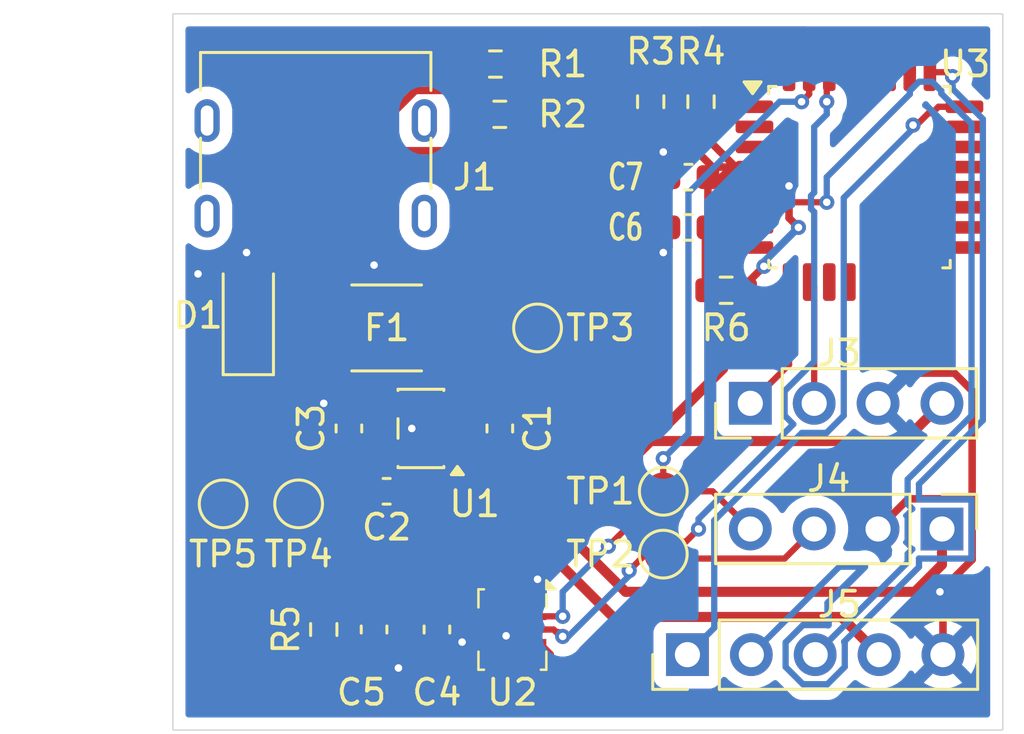
<source format=kicad_pcb>
(kicad_pcb (version 20241229) (generator "pcbnew") (generator_version "9.0")
  (layers (0 "F.Cu" signal) (2 "B.Cu" signal) (13 "F.Paste" user) (15 "B.Paste" user) (5 "F.SilkS" user "F.Silkscreen") (7 "B.SilkS" user "B.Silkscreen") (1 "F.Mask" user) (3 "B.Mask" user) (25 "Edge.Cuts" user))
  (net 0 "")
  (net 1 "GND")
  (net 2 "/POWER_INPUT/+5V_IN")
  (net 3 "/+3V3")
  (net 6 "Net-(J1-CC1)")
  (net 7 "Net-(J1-CC2)")
  (net 10 "/CONNECTORS/UART_RX")
  (net 11 "/CONNECTORS/UART_TX")
  (net 12 "/CONNECTORS/I2C_SDA")
  (net 13 "/CONNECTORS/I2C_SCL")
  (net 14 "/CONNECTORS/SWDIO")
  (net 15 "/CONNECTORS/NRST")
  (net 16 "/CONNECTORS/SWCLK")
  (net 17 "Net-(U2-AP_CS)")
  (net 19 "/SENSOR_I2C/IMU_INT")
  (footprint "Resistor_SMD:R_0603_1608Metric" (layer "F.Cu") (at 142.5 65 -90)
    (property "Reference" "R3" (at -2 0 0) (layer "F.SilkS"))
    (property "Value" "4.7k")
    (fp_line (start -0.237258 0.5225) (end 0.237258 0.5225) (stroke (width 0.12)) (layer "F.SilkS"))
    (fp_line (start -0.237258 -0.5225) (end 0.237258 -0.5225) (stroke (width 0.12)) (layer "F.SilkS"))
    (pad "1" smd roundrect (at -0.825 0 270) (size 0.8 0.95) (layers "F.Cu" "F.Mask" "F.Paste") (net 13 "/CONNECTORS/I2C_SCL"))
    (pad "2" smd roundrect (at 0.825 0 270) (size 0.8 0.95) (layers "F.Cu" "F.Mask" "F.Paste") (net 3 "/+3V3"))
  )
  (footprint "Resistor_SMD:R_0603_1608Metric" (layer "F.Cu") (at 144.5 65 90)
    (property "Reference" "R4" (at 2 0 180) (layer "F.SilkS"))
    (property "Value" "4.7k")
    (fp_line (start -0.237258 -0.5225) (end 0.237258 -0.5225) (stroke (width 0.12)) (layer "F.SilkS"))
    (fp_line (start -0.237258 0.5225) (end 0.237258 0.5225) (stroke (width 0.12)) (layer "F.SilkS"))
    (pad "1" smd roundrect (at -0.825 0 90) (size 0.8 0.95) (layers "F.Cu" "F.Mask" "F.Paste") (net 3 "/+3V3"))
    (pad "2" smd roundrect (at 0.825 0 90) (size 0.8 0.95) (layers "F.Cu" "F.Mask" "F.Paste") (net 12 "/CONNECTORS/I2C_SDA"))
  )
  (footprint "Connector_PinHeader_2.54mm:PinHeader_1x04_P2.54mm_Vertical" (layer "F.Cu") (at 154.08 82 -90)
    (property "Reference" "J4" (at -2 4.5 0) (layer "F.SilkS"))
    (property "Value" "J_I2C_EXP")
    (fp_line (start -1.38 9) (end 1.38 9) (stroke (width 0.12)) (layer "F.SilkS"))
    (fp_line (start -1.38 1.27) (end -1.38 9) (stroke (width 0.12)) (layer "F.SilkS"))
    (fp_line (start -1.38 1.27) (end 1.38 1.27) (stroke (width 0.12)) (layer "F.SilkS"))
    (fp_line (start 1.38 1.27) (end 1.38 9) (stroke (width 0.12)) (layer "F.SilkS"))
    (fp_line (start -1.38 0) (end -1.38 -1.38) (stroke (width 0.12)) (layer "F.SilkS"))
    (fp_line (start -1.38 -1.38) (end 0 -1.38) (stroke (width 0.12)) (layer "F.SilkS"))
    (pad "1" thru_hole rect (at 0 0 270) (size 1.7 1.7) (drill 1) (layers "*.Cu" "*.Mask") (net 3 "/+3V3"))
    (pad "2" thru_hole circle (at 0 2.54 270) (size 1.7 1.7) (drill 1) (layers "*.Cu" "*.Mask") (net 1 "GND"))
    (pad "3" thru_hole circle (at 0 5.08 270) (size 1.7 1.7) (drill 1) (layers "*.Cu" "*.Mask") (net 13 "/CONNECTORS/I2C_SCL"))
    (pad "4" thru_hole circle (at 0 7.62 270) (size 1.7 1.7) (drill 1) (layers "*.Cu" "*.Mask") (net 12 "/CONNECTORS/I2C_SDA"))
  )
  (footprint "Connector_PinHeader_2.54mm:PinHeader_1x04_P2.54mm_Vertical" (layer "F.Cu") (at 146.46 77 90)
    (property "Reference" "J3" (at 2 3.54 0) (layer "F.SilkS"))
    (property "Value" "J_UART")
    (fp_line (start -1.38 -1.38) (end 0 -1.38) (stroke (width 0.12)) (layer "F.SilkS"))
    (fp_line (start -1.38 0) (end -1.38 -1.38) (stroke (width 0.12)) (layer "F.SilkS"))
    (fp_line (start 1.38 1.27) (end 1.38 9) (stroke (width 0.12)) (layer "F.SilkS"))
    (fp_line (start -1.38 1.27) (end 1.38 1.27) (stroke (width 0.12)) (layer "F.SilkS"))
    (fp_line (start -1.38 1.27) (end -1.38 9) (stroke (width 0.12)) (layer "F.SilkS"))
    (fp_line (start -1.38 9) (end 1.38 9) (stroke (width 0.12)) (layer "F.SilkS"))
    (pad "1" thru_hole rect (at 0 0 90) (size 1.7 1.7) (drill 1) (layers "*.Cu" "*.Mask") (net 11 "/CONNECTORS/UART_TX"))
    (pad "2" thru_hole circle (at 0 2.54 90) (size 1.7 1.7) (drill 1) (layers "*.Cu" "*.Mask") (net 10 "/CONNECTORS/UART_RX"))
    (pad "3" thru_hole circle (at 0 5.08 90) (size 1.7 1.7) (drill 1) (layers "*.Cu" "*.Mask") (net 1 "GND"))
    (pad "4" thru_hole circle (at 0 7.62 90) (size 1.7 1.7) (drill 1) (layers "*.Cu" "*.Mask") (net 3 "/+3V3"))
  )
  (footprint "Resistor_SMD:R_0603_1608Metric" (layer "F.Cu") (at 145.5 72.5)
    (property "Reference" "R6" (at 0 1.5 0) (layer "F.SilkS"))
    (property "Value" "10k")
    (fp_line (start -0.237258 -0.5225) (end 0.237258 -0.5225) (stroke (width 0.12)) (layer "F.SilkS"))
    (fp_line (start -0.237258 0.5225) (end 0.237258 0.5225) (stroke (width 0.12)) (layer "F.SilkS"))
    (pad "1" smd roundrect (at -0.825 0) (size 0.8 0.95) (layers "F.Cu" "F.Mask" "F.Paste") (net 3 "/+3V3"))
    (pad "2" smd roundrect (at 0.825 0) (size 0.8 0.95) (layers "F.Cu" "F.Mask" "F.Paste") (net 15 "/CONNECTORS/NRST"))
  )
  (footprint "TestPoint:TestPoint_Pad_D1.5mm" (layer "F.Cu") (at 125.5 81)
    (property "Reference" "TP5" (at 0 2.002 0) (layer "F.SilkS"))
    (property "Value" "TP_GND")
    (fp_circle (center 0 0) (end 0 0.95) (stroke (width 0.12)) (fill no) (layer "F.SilkS"))
    (pad "1" smd circle (at 0 0) (size 1.5 1.5) (layers "F.Cu" "F.Mask") (net 1 "GND"))
  )
  (footprint "Resistor_SMD:R_0603_1608Metric" (layer "F.Cu") (at 136.325 63.5)
    (property "Reference" "R1" (at 2.675 0 0) (layer "F.SilkS"))
    (property "Value" "5100")
    (fp_line (start -0.237258 -0.5225) (end 0.237258 -0.5225) (stroke (width 0.12)) (layer "F.SilkS"))
    (fp_line (start -0.237258 0.5225) (end 0.237258 0.5225) (stroke (width 0.12)) (layer "F.SilkS"))
    (pad "1" smd roundrect (at -0.825 0) (size 0.8 0.95) (layers "F.Cu" "F.Mask" "F.Paste") (net 6 "Net-(J1-CC1)"))
    (pad "2" smd roundrect (at 0.825 0) (size 0.8 0.95) (layers "F.Cu" "F.Mask" "F.Paste") (net 1 "GND"))
  )
  (footprint "Capacitor_SMD:C_0603_1608Metric" (layer "F.Cu") (at 131.5 86 90)
    (property "Reference" "C5" (at -2.5 -0.5 0) (layer "F.SilkS"))
    (property "Value" "0.1u")
    (fp_line (start -0.14058 -0.51) (end 0.14058 -0.51) (stroke (width 0.12)) (layer "F.SilkS"))
    (fp_line (start -0.14058 0.51) (end 0.14058 0.51) (stroke (width 0.12)) (layer "F.SilkS"))
    (pad "1" smd roundrect (at -0.775 0 90) (size 0.9 0.95) (layers "F.Cu" "F.Mask" "F.Paste") (net 1 "GND"))
    (pad "2" smd roundrect (at 0.775 0 90) (size 0.9 0.95) (layers "F.Cu" "F.Mask" "F.Paste") (net 3 "/+3V3"))
  )
  (footprint "Capacitor_SMD:C_0603_1608Metric" (layer "F.Cu") (at 132 80.5 180)
    (property "Reference" "C2" (at 0 -1.43 0) (layer "F.SilkS"))
    (property "Value" "10u")
    (fp_line (start -0.14058 0.51) (end 0.14058 0.51) (stroke (width 0.12)) (layer "F.SilkS"))
    (fp_line (start -0.14058 -0.51) (end 0.14058 -0.51) (stroke (width 0.12)) (layer "F.SilkS"))
    (pad "1" smd roundrect (at -0.775 0 180) (size 0.9 0.95) (layers "F.Cu" "F.Mask" "F.Paste") (net 1 "GND"))
    (pad "2" smd roundrect (at 0.775 0 180) (size 0.9 0.95) (layers "F.Cu" "F.Mask" "F.Paste") (net 3 "/+3V3"))
  )
  (footprint "Capacitor_SMD:C_0603_1608Metric" (layer "F.Cu") (at 134 86 -90)
    (property "Reference" "C4" (at 2.5 0 180) (layer "F.SilkS"))
    (property "Value" "0.1u")
    (fp_line (start -0.14058 0.51) (end 0.14058 0.51) (stroke (width 0.12)) (layer "F.SilkS"))
    (fp_line (start -0.14058 -0.51) (end 0.14058 -0.51) (stroke (width 0.12)) (layer "F.SilkS"))
    (pad "1" smd roundrect (at -0.775 0 270) (size 0.9 0.95) (layers "F.Cu" "F.Mask" "F.Paste") (net 3 "/+3V3"))
    (pad "2" smd roundrect (at 0.775 0 270) (size 0.9 0.95) (layers "F.Cu" "F.Mask" "F.Paste") (net 1 "GND"))
  )
  (footprint "Package_TO_SOT_SMD:SOT-23-5" (layer "F.Cu") (at 133.3625 78 180)
    (property "Reference" "U1" (at -2.1375 -3 0) (layer "F.SilkS"))
    (property "Value" "AP2112K-3.3")
    (fp_line (start 0.91 1.56) (end -0.91 1.56) (stroke (width 0.12)) (layer "F.SilkS"))
    (fp_line (start 0.91 1.51) (end 0.91 1.56) (stroke (width 0.12)) (layer "F.SilkS"))
    (fp_line (start 0.91 -0.39) (end 0.91 0.39) (stroke (width 0.12)) (layer "F.SilkS"))
    (fp_line (start 0.91 -1.56) (end 0.91 -1.51) (stroke (width 0.12)) (layer "F.SilkS"))
    (fp_line (start -0.91 1.56) (end -0.91 1.51) (stroke (width 0.12)) (layer "F.SilkS"))
    (fp_line (start -0.91 -1.51) (end -0.91 -1.56) (stroke (width 0.12)) (layer "F.SilkS"))
    (fp_line (start -0.91 -1.56) (end 0.91 -1.56) (stroke (width 0.12)) (layer "F.SilkS"))
    (fp_poly (pts (xy -1.45 -1.51) (xy -1.69 -1.84) (xy -1.21 -1.84)) (stroke (width 0.12)) (fill yes) (layer "F.SilkS"))
    (pad "1" smd roundrect (at -1.1375 -0.95 180) (size 1.325 0.6) (layers "F.Cu" "F.Mask" "F.Paste") (net 2 "/POWER_INPUT/+5V_IN"))
    (pad "2" smd roundrect (at -1.1375 0 180) (size 1.325 0.6) (layers "F.Cu" "F.Mask" "F.Paste") (net 1 "GND"))
    (pad "3" smd roundrect (at -1.1375 0.95 180) (size 1.325 0.6) (layers "F.Cu" "F.Mask" "F.Paste") (net 2 "/POWER_INPUT/+5V_IN"))
    (pad "4" smd roundrect (at 1.1375 0.95 180) (size 1.325 0.6) (layers "F.Cu" "F.Mask" "F.Paste"))
    (pad "5" smd roundrect (at 1.1375 -0.95 180) (size 1.325 0.6) (layers "F.Cu" "F.Mask" "F.Paste") (net 3 "/+3V3"))
  )
  (footprint "Connector_USB:USB_C_Receptacle_HRO_TYPE-C-31-M-17" (layer "F.Cu") (at 129.18 66.55 180)
    (property "Reference" "J1" (at -6.32 -1.45 180) (layer "F.SilkS"))
    (property "Value" "USB_C_Receptacle_PowerOnly_6P")
    (fp_line (start 4.58 2) (end 4.58 3.51) (stroke (width 0.12)) (layer "F.SilkS"))
    (fp_line (start 4.58 -1.9) (end 4.58 0.1) (stroke (width 0.12)) (layer "F.SilkS"))
    (fp_line (start -4.58 3.51) (end 4.58 3.51) (stroke (width 0.12)) (layer "F.SilkS"))
    (fp_line (start -4.58 2) (end -4.58 3.51) (stroke (width 0.12)) (layer "F.SilkS"))
    (fp_line (start -4.58 -1.9) (end -4.58 0.1) (stroke (width 0.12)) (layer "F.SilkS"))
    (pad "A5" smd roundrect (at -0.5 -3.18 180) (size 0.7 1.6) (layers "F.Cu" "F.Mask" "F.Paste") (net 6 "Net-(J1-CC1)"))
    (pad "A9" smd roundrect (at 1.52 -3.18 180) (size 0.8 1.6) (layers "F.Cu" "F.Mask" "F.Paste") (net 2 "/POWER_INPUT/+5V_IN"))
    (pad "A12" smd roundrect (at 2.75 -3.18 180) (size 0.9 1.6) (layers "F.Cu" "F.Mask" "F.Paste") (net 1 "GND"))
    (pad "B5" smd roundrect (at 0.5 -3.18 180) (size 0.7 1.6) (layers "F.Cu" "F.Mask" "F.Paste") (net 7 "Net-(J1-CC2)"))
    (pad "B9" smd roundrect (at -1.52 -3.18 180) (size 0.8 1.6) (layers "F.Cu" "F.Mask" "F.Paste") (net 2 "/POWER_INPUT/+5V_IN"))
    (pad "B12" smd roundrect (at -2.75 -3.18 180) (size 0.9 1.6) (layers "F.Cu" "F.Mask" "F.Paste") (net 1 "GND"))
    (pad "S1" thru_hole oval (at -4.32 -3 180) (size 1 1.7) (drill oval 0.5 1.2) (property pad_prop_heatsink) (layers "*.Cu" "*.Mask"))
    (pad "S1" thru_hole oval (at -4.32 0.8 180) (size 1 1.7) (drill oval 0.5 1.2) (property pad_prop_heatsink) (layers "*.Cu" "*.Mask"))
    (pad "S1" thru_hole oval (at 4.32 -3 180) (size 1 1.7) (drill oval 0.5 1.2) (property pad_prop_heatsink) (layers "*.Cu" "*.Mask"))
    (pad "S1" thru_hole oval (at 4.32 0.8 180) (size 1 1.7) (drill oval 0.5 1.2) (property pad_prop_heatsink) (layers "*.Cu" "*.Mask"))
  )
  (footprint "Resistor_SMD:R_0603_1608Metric" (layer "F.Cu") (at 129.5 86 -90)
    (property "Reference" "R5" (at 0 1.5 90) (layer "F.SilkS"))
    (property "Value" "10k")
    (fp_line (start -0.237258 0.5225) (end 0.237258 0.5225) (stroke (width 0.12)) (layer "F.SilkS"))
    (fp_line (start -0.237258 -0.5225) (end 0.237258 -0.5225) (stroke (width 0.12)) (layer "F.SilkS"))
    (pad "1" smd roundrect (at -0.825 0 270) (size 0.8 0.95) (layers "F.Cu" "F.Mask" "F.Paste") (net 3 "/+3V3"))
    (pad "2" smd roundrect (at 0.825 0 270) (size 0.8 0.95) (layers "F.Cu" "F.Mask" "F.Paste") (net 17 "Net-(U2-AP_CS)"))
  )
  (footprint "Diode_SMD:D_SOD-123" (layer "F.Cu") (at 126.5 73.5 90)
    (property "Reference" "D1" (at 0 -2 0) (layer "F.SilkS"))
    (property "Value" "D_TVS")
    (fp_line (start -2.36 -1) (end 1.65 -1) (stroke (width 0.12)) (layer "F.SilkS"))
    (fp_line (start -2.36 -1) (end -2.36 1) (stroke (width 0.12)) (layer "F.SilkS"))
    (fp_line (start -2.36 1) (end 1.65 1) (stroke (width 0.12)) (layer "F.SilkS"))
    (pad "1" smd roundrect (at -1.65 0 90) (size 0.9 1.2) (layers "F.Cu" "F.Mask" "F.Paste") (net 2 "/POWER_INPUT/+5V_IN"))
    (pad "2" smd roundrect (at 1.65 0 90) (size 0.9 1.2) (layers "F.Cu" "F.Mask" "F.Paste") (net 1 "GND"))
  )
  (footprint "TestPoint:TestPoint_Pad_D1.5mm" (layer "F.Cu") (at 143 80.5)
    (property "Reference" "TP1" (at -2.5 0 0) (layer "F.SilkS"))
    (property "Value" "TP_SDA")
    (fp_circle (center 0 0) (end 0 0.95) (stroke (width 0.12)) (fill no) (layer "F.SilkS"))
    (pad "1" smd circle (at 0 0) (size 1.5 1.5) (layers "F.Cu" "F.Mask") (net 12 "/CONNECTORS/I2C_SDA"))
  )
  (footprint "Capacitor_SMD:C_0603_1608Metric" (layer "F.Cu") (at 136.5 78 90)
    (property "Reference" "C1" (at 0 1.5 90) (layer "F.SilkS"))
    (property "Value" "10u")
    (fp_line (start -0.14058 -0.51) (end 0.14058 -0.51) (stroke (width 0.12)) (layer "F.SilkS"))
    (fp_line (start -0.14058 0.51) (end 0.14058 0.51) (stroke (width 0.12)) (layer "F.SilkS"))
    (pad "1" smd roundrect (at -0.775 0 90) (size 0.9 0.95) (layers "F.Cu" "F.Mask" "F.Paste") (net 1 "GND"))
    (pad "2" smd roundrect (at 0.775 0 90) (size 0.9 0.95) (layers "F.Cu" "F.Mask" "F.Paste") (net 2 "/POWER_INPUT/+5V_IN"))
  )
  (footprint "Package_QFP:LQFP-32_7x7mm_P0.8mm" (layer "F.Cu") (at 150.8 68)
    (property "Reference" "U3" (at 4.2 -4.5 0) (layer "F.SilkS"))
    (property "Value" "STM32G031K8Tx")
    (fp_line (start -3.61 -3.61) (end -3.31 -3.61) (stroke (width 0.12)) (layer "F.SilkS"))
    (fp_line (start -3.61 -3.31) (end -3.61 -3.61) (stroke (width 0.12)) (layer "F.SilkS"))
    (fp_line (start -3.61 3.61) (end -3.61 3.31) (stroke (width 0.12)) (layer "F.SilkS"))
    (fp_line (start -3.31 3.61) (end -3.61 3.61) (stroke (width 0.12)) (layer "F.SilkS"))
    (fp_line (start 3.31 -3.61) (end 3.61 -3.61) (stroke (width 0.12)) (layer "F.SilkS"))
    (fp_line (start 3.61 -3.61) (end 3.61 -3.31) (stroke (width 0.12)) (layer "F.SilkS"))
    (fp_line (start 3.61 3.31) (end 3.61 3.61) (stroke (width 0.12)) (layer "F.SilkS"))
    (fp_line (start 3.61 3.61) (end 3.31 3.61) (stroke (width 0.12)) (layer "F.SilkS"))
    (fp_poly (pts (xy -4.25 -3.32) (xy -4.59 -3.79) (xy -3.91 -3.79)) (stroke (width 0.12)) (fill yes) (layer "F.SilkS"))
    (pad "1" smd roundrect (at -4.175 -2.8) (size 1.5 0.5) (layers "F.Cu" "F.Mask" "F.Paste"))
    (pad "2" smd roundrect (at -4.175 -2) (size 1.5 0.5) (layers "F.Cu" "F.Mask" "F.Paste"))
    (pad "3" smd roundrect (at -4.175 -1.2) (size 1.5 0.5) (layers "F.Cu" "F.Mask" "F.Paste"))
    (pad "4" smd roundrect (at -4.175 -0.4) (size 1.5 0.5) (layers "F.Cu" "F.Mask" "F.Paste") (net 3 "/+3V3"))
    (pad "5" smd roundrect (at -4.175 0.4) (size 1.5 0.5) (layers "F.Cu" "F.Mask" "F.Paste") (net 1 "GND"))
    (pad "6" smd roundrect (at -4.175 1.2) (size 1.5 0.5) (layers "F.Cu" "F.Mask" "F.Paste") (net 15 "/CONNECTORS/NRST"))
    (pad "7" smd roundrect (at -4.175 2) (size 1.5 0.5) (layers "F.Cu" "F.Mask" "F.Paste"))
    (pad "8" smd roundrect (at -4.175 2.8) (size 1.5 0.5) (layers "F.Cu" "F.Mask" "F.Paste"))
    (pad "9" smd roundrect (at -2.8 4.175) (size 0.5 1.5) (layers "F.Cu" "F.Mask" "F.Paste") (net 11 "/CONNECTORS/UART_TX"))
    (pad "10" smd roundrect (at -2 4.175) (size 0.5 1.5) (layers "F.Cu" "F.Mask" "F.Paste") (net 10 "/CONNECTORS/UART_RX"))
    (pad "11" smd roundrect (at -1.2 4.175) (size 0.5 1.5) (layers "F.Cu" "F.Mask" "F.Paste"))
    (pad "12" smd roundrect (at -0.4 4.175) (size 0.5 1.5) (layers "F.Cu" "F.Mask" "F.Paste"))
    (pad "13" smd roundrect (at 0.4 4.175) (size 0.5 1.5) (layers "F.Cu" "F.Mask" "F.Paste"))
    (pad "14" smd roundrect (at 1.2 4.175) (size 0.5 1.5) (layers "F.Cu" "F.Mask" "F.Paste"))
    (pad "15" smd roundrect (at 2 4.175) (size 0.5 1.5) (layers "F.Cu" "F.Mask" "F.Paste"))
    (pad "16" smd roundrect (at 2.8 4.175) (size 0.5 1.5) (layers "F.Cu" "F.Mask" "F.Paste"))
    (pad "17" smd roundrect (at 4.175 2.8) (size 1.5 0.5) (layers "F.Cu" "F.Mask" "F.Paste"))
    (pad "18" smd roundrect (at 4.175 2) (size 1.5 0.5) (layers "F.Cu" "F.Mask" "F.Paste"))
    (pad "19" smd roundrect (at 4.175 1.2) (size 1.5 0.5) (layers "F.Cu" "F.Mask" "F.Paste"))
    (pad "20" smd roundrect (at 4.175 0.4) (size 1.5 0.5) (layers "F.Cu" "F.Mask" "F.Paste"))
    (pad "21" smd roundrect (at 4.175 -0.4) (size 1.5 0.5) (layers "F.Cu" "F.Mask" "F.Paste"))
    (pad "22" smd roundrect (at 4.175 -1.2) (size 1.5 0.5) (layers "F.Cu" "F.Mask" "F.Paste"))
    (pad "23" smd roundrect (at 4.175 -2) (size 1.5 0.5) (layers "F.Cu" "F.Mask" "F.Paste"))
    (pad "24" smd roundrect (at 4.175 -2.8) (size 1.5 0.5) (layers "F.Cu" "F.Mask" "F.Paste") (net 14 "/CONNECTORS/SWDIO"))
    (pad "25" smd roundrect (at 2.8 -4.175) (size 0.5 1.5) (layers "F.Cu" "F.Mask" "F.Paste") (net 16 "/CONNECTORS/SWCLK"))
    (pad "26" smd roundrect (at 2 -4.175) (size 0.5 1.5) (layers "F.Cu" "F.Mask" "F.Paste"))
    (pad "27" smd roundrect (at 1.2 -4.175) (size 0.5 1.5) (layers "F.Cu" "F.Mask" "F.Paste"))
    (pad "28" smd roundrect (at 0.4 -4.175) (size 0.5 1.5) (layers "F.Cu" "F.Mask" "F.Paste"))
    (pad "29" smd roundrect (at -0.4 -4.175) (size 0.5 1.5) (layers "F.Cu" "F.Mask" "F.Paste"))
    (pad "30" smd roundrect (at -1.2 -4.175) (size 0.5 1.5) (layers "F.Cu" "F.Mask" "F.Paste") (net 13 "/CONNECTORS/I2C_SCL"))
    (pad "31" smd roundrect (at -2 -4.175) (size 0.5 1.5) (layers "F.Cu" "F.Mask" "F.Paste") (net 12 "/CONNECTORS/I2C_SDA"))
    (pad "32" smd roundrect (at -2.8 -4.175) (size 0.5 1.5) (layers "F.Cu" "F.Mask" "F.Paste"))
  )
  (footprint "Connector_PinHeader_2.54mm:PinHeader_1x05_P2.54mm_Vertical" (layer "F.Cu") (at 143.96 87 90)
    (property "Reference" "J5" (at 2 6.04 180) (layer "F.SilkS"))
    (property "Value" "J_SWD")
    (fp_line (start -1.38 -1.38) (end 0 -1.38) (stroke (width 0.12)) (layer "F.SilkS"))
    (fp_line (start -1.38 0) (end -1.38 -1.38) (stroke (width 0.12)) (layer "F.SilkS"))
    (fp_line (start 1.38 1.27) (end 1.38 11.54) (stroke (width 0.12)) (layer "F.SilkS"))
    (fp_line (start -1.38 1.27) (end 1.38 1.27) (stroke (width 0.12)) (layer "F.SilkS"))
    (fp_line (start -1.38 1.27) (end -1.38 11.54) (stroke (width 0.12)) (layer "F.SilkS"))
    (fp_line (start -1.38 11.54) (end 1.38 11.54) (stroke (width 0.12)) (layer "F.SilkS"))
    (pad "1" thru_hole rect (at 0 0 90) (size 1.7 1.7) (drill 1) (layers "*.Cu" "*.Mask") (net 14 "/CONNECTORS/SWDIO"))
    (pad "2" thru_hole circle (at 0 2.54 90) (size 1.7 1.7) (drill 1) (layers "*.Cu" "*.Mask") (net 16 "/CONNECTORS/SWCLK"))
    (pad "3" thru_hole circle (at 0 5.08 90) (size 1.7 1.7) (drill 1) (layers "*.Cu" "*.Mask") (net 15 "/CONNECTORS/NRST"))
    (pad "4" thru_hole circle (at 0 7.62 90) (size 1.7 1.7) (drill 1) (layers "*.Cu" "*.Mask") (net 3 "/+3V3"))
    (pad "5" thru_hole circle (at 0 10.16 90) (size 1.7 1.7) (drill 1) (layers "*.Cu" "*.Mask") (net 1 "GND"))
  )
  (footprint "Capacitor_SMD:C_0603_1608Metric" (layer "F.Cu") (at 144 70)
    (property "Reference" "C6" (at -2.5 0 180) (layer "F.SilkS") (effects (font (size 1 0.7))))
    (property "Value" "10u")
    (fp_line (start -0.14058 -0.51) (end 0.14058 -0.51) (stroke (width 0.12)) (layer "F.SilkS"))
    (fp_line (start -0.14058 0.51) (end 0.14058 0.51) (stroke (width 0.12)) (layer "F.SilkS"))
    (pad "1" smd roundrect (at -0.775 0) (size 0.9 0.95) (layers "F.Cu" "F.Mask" "F.Paste") (net 1 "GND"))
    (pad "2" smd roundrect (at 0.775 0) (size 0.9 0.95) (layers "F.Cu" "F.Mask" "F.Paste") (net 3 "/+3V3"))
  )
  (footprint "Capacitor_SMD:C_0603_1608Metric" (layer "F.Cu") (at 130.5 78 90)
    (property "Reference" "C3" (at 0 -1.5 90) (layer "F.SilkS"))
    (property "Value" "0.1u")
    (fp_line (start -0.14058 -0.51) (end 0.14058 -0.51) (stroke (width 0.12)) (layer "F.SilkS"))
    (fp_line (start -0.14058 0.51) (end 0.14058 0.51) (stroke (width 0.12)) (layer "F.SilkS"))
    (pad "1" smd roundrect (at -0.775 0 90) (size 0.9 0.95) (layers "F.Cu" "F.Mask" "F.Paste") (net 3 "/+3V3"))
    (pad "2" smd roundrect (at 0.775 0 90) (size 0.9 0.95) (layers "F.Cu" "F.Mask" "F.Paste") (net 1 "GND"))
  )
  (footprint "Resistor_SMD:R_0603_1608Metric" (layer "F.Cu") (at 136.5 65.5)
    (property "Reference" "R2" (at 2.5 0 0) (layer "F.SilkS"))
    (property "Value" "5100")
    (fp_line (start -0.237258 -0.5225) (end 0.237258 -0.5225) (stroke (width 0.12)) (layer "F.SilkS"))
    (fp_line (start -0.237258 0.5225) (end 0.237258 0.5225) (stroke (width 0.12)) (layer "F.SilkS"))
    (pad "1" smd roundrect (at -0.825 0) (size 0.8 0.95) (layers "F.Cu" "F.Mask" "F.Paste") (net 7 "Net-(J1-CC2)"))
    (pad "2" smd roundrect (at 0.825 0) (size 0.8 0.95) (layers "F.Cu" "F.Mask" "F.Paste") (net 1 "GND"))
  )
  (footprint "Fuse:Fuse_1812_4532Metric" (layer "F.Cu") (at 132 74)
    (property "Reference" "F1" (at 0 0 0) (layer "F.SilkS"))
    (property "Value" "Fuse")
    (fp_line (start -1.386252 -1.71) (end 1.386252 -1.71) (stroke (width 0.12)) (layer "F.SilkS"))
    (fp_line (start -1.386252 1.71) (end 1.386252 1.71) (stroke (width 0.12)) (layer "F.SilkS"))
    (pad "1" smd roundrect (at -2.1375 0) (size 1.125 3.4) (layers "F.Cu" "F.Mask" "F.Paste") (roundrect_rratio 0.222222) (net 2 "/POWER_INPUT/+5V_IN"))
    (pad "2" smd roundrect (at 2.1375 0) (size 1.125 3.4) (layers "F.Cu" "F.Mask" "F.Paste") (roundrect_rratio 0.222222) (net 2 "/POWER_INPUT/+5V_IN"))
  )
  (footprint "TestPoint:TestPoint_Pad_D1.5mm" (layer "F.Cu") (at 138 74)
    (property "Reference" "TP3" (at 2.5 0 0) (layer "F.SilkS"))
    (property "Value" "TP_+5V_IN")
    (fp_circle (center 0 0) (end 0 0.95) (stroke (width 0.12)) (fill no) (layer "F.SilkS"))
    (pad "1" smd circle (at 0 0) (size 1.5 1.5) (layers "F.Cu" "F.Mask") (net 2 "/POWER_INPUT/+5V_IN"))
  )
  (footprint "TestPoint:TestPoint_Pad_D1.5mm" (layer "F.Cu") (at 128.5 81)
    (property "Reference" "TP4" (at 0 2.002 0) (layer "F.SilkS"))
    (property "Value" "TP_+3V3")
    (fp_circle (center 0 0) (end 0 0.95) (stroke (width 0.12)) (fill no) (layer "F.SilkS"))
    (pad "1" smd circle (at 0 0) (size 1.5 1.5) (layers "F.Cu" "F.Mask") (net 3 "/+3V3"))
  )
  (footprint "Package_LGA:Bosch_LGA-14_3x2.5mm_P0.5mm" (layer "F.Cu") (at 137 86 -90)
    (property "Reference" "U2" (at 2.5 0 180) (layer "F.SilkS"))
    (property "Value" "IIM-42652")
    (fp_line (start -1.6 1.35) (end -0.88 1.35) (stroke (width 0.1)) (layer "F.SilkS"))
    (fp_line (start -1.6 1.35) (end -1.6 1.13) (stroke (width 0.1)) (layer "F.SilkS"))
    (fp_line (start 1.6 1.35) (end 0.88 1.35) (stroke (width 0.1)) (layer "F.SilkS"))
    (fp_line (start 1.6 1.13) (end 1.6 1.35) (stroke (width 0.1)) (layer "F.SilkS"))
    (fp_line (start -1.4 -1.35) (end -0.88 -1.35) (stroke (width 0.1)) (layer "F.SilkS"))
    (fp_line (start 0.88 -1.35) (end 1.6 -1.35) (stroke (width 0.1)) (layer "F.SilkS"))
    (fp_line (start 1.6 -1.35) (end 1.6 -1.13) (stroke (width 0.1)) (layer "F.SilkS"))
    (fp_poly (pts (xy -1.6 -1.35) (xy -1.96 -1.35) (xy -1.6 -1.71) (xy -1.6 -1.35)) (stroke (width 0.1)) (fill yes) (layer "F.SilkS"))
    (pad "1" smd rect (at -1.2625 -0.75 270) (size 0.675 0.25) (layers "F.Cu" "F.Mask" "F.Paste") (net 1 "GND"))
    (pad "2" smd rect (at -1.2625 -0.25 270) (size 0.675 0.25) (layers "F.Cu" "F.Mask" "F.Paste"))
    (pad "3" smd rect (at -1.2625 0.25 270) (size 0.675 0.25) (layers "F.Cu" "F.Mask" "F.Paste"))
    (pad "4" smd rect (at -1.2625 0.75 270) (size 0.675 0.25) (layers "F.Cu" "F.Mask" "F.Paste") (net 19 "/SENSOR_I2C/IMU_INT"))
    (pad "5" smd rect (at -0.5 1.0125 270) (size 0.25 0.675) (layers "F.Cu" "F.Mask" "F.Paste") (net 3 "/+3V3"))
    (pad "6" smd rect (at 0 1.0125 270) (size 0.25 0.675) (layers "F.Cu" "F.Mask" "F.Paste") (net 1 "GND"))
    (pad "7" smd rect (at 0.5 1.0125 270) (size 0.25 0.675) (layers "F.Cu" "F.Mask" "F.Paste") (net 1 "GND"))
    (pad "8" smd rect (at 1.2625 0.75 270) (size 0.675 0.25) (layers "F.Cu" "F.Mask" "F.Paste") (net 3 "/+3V3"))
    (pad "9" smd rect (at 1.2625 0.25 270) (size 0.675 0.25) (layers "F.Cu" "F.Mask" "F.Paste"))
    (pad "10" smd rect (at 1.2625 -0.25 270) (size 0.675 0.25) (layers "F.Cu" "F.Mask" "F.Paste"))
    (pad "11" smd rect (at 1.2625 -0.75 270) (size 0.675 0.25) (layers "F.Cu" "F.Mask" "F.Paste"))
    (pad "12" smd rect (at 0.5 -1.0125 270) (size 0.25 0.675) (layers "F.Cu" "F.Mask" "F.Paste") (net 17 "Net-(U2-AP_CS)"))
    (pad "13" smd rect (at 0 -1.0125 270) (size 0.25 0.675) (layers "F.Cu" "F.Mask" "F.Paste") (net 13 "/CONNECTORS/I2C_SCL"))
    (pad "14" smd rect (at -0.5 -1.0125 270) (size 0.25 0.675) (layers "F.Cu" "F.Mask" "F.Paste") (net 12 "/CONNECTORS/I2C_SDA"))
  )
  (footprint "Capacitor_SMD:C_0603_1608Metric" (layer "F.Cu") (at 144 68 180)
    (property "Reference" "C7" (at 2.5 0 180) (layer "F.SilkS") (effects (font (size 1 0.7))))
    (property "Value" "0.1u")
    (fp_line (start -0.14058 0.51) (end 0.14058 0.51) (stroke (width 0.12)) (layer "F.SilkS"))
    (fp_line (start -0.14058 -0.51) (end 0.14058 -0.51) (stroke (width 0.12)) (layer "F.SilkS"))
    (pad "1" smd roundrect (at -0.775 0 180) (size 0.9 0.95) (layers "F.Cu" "F.Mask" "F.Paste") (net 3 "/+3V3"))
    (pad "2" smd roundrect (at 0.775 0 180) (size 0.9 0.95) (layers "F.Cu" "F.Mask" "F.Paste") (net 1 "GND"))
  )
  (footprint "TestPoint:TestPoint_Pad_D1.5mm" (layer "F.Cu") (at 143 83)
    (property "Reference" "TP2" (at -2.5 0.002 0) (layer "F.SilkS"))
    (property "Value" "TP_SCL")
    (fp_circle (center 0 0) (end 0 0.95) (stroke (width 0.12)) (fill no) (layer "F.SilkS"))
    (pad "1" smd circle (at 0 0) (size 1.5 1.5) (layers "F.Cu" "F.Mask") (net 13 "/CONNECTORS/I2C_SCL"))
  )
  (gr_rect (start 123.5 61.5) (end 156.5 90) (stroke (width 0.05)) (fill no) (layer "Edge.Cuts"))
  (segment (start 131.93 71.07) (end 131.5 71.5) (width 0.6) (layer "F.Cu") (net 1))
  (segment (start 138 84.4875) (end 137.75 84.7375) (width 0.25) (layer "F.Cu") (net 1))
  (segment (start 155.281 80.799) (end 152.741 80.799) (width 0.3) (layer "F.Cu") (net 1))
  (segment (start 132.469614 87.530386) (end 132.255386 87.530386) (width 0.3) (layer "F.Cu") (net 1))
  (segment (start 125.5 81) (end 124.5 80) (width 0.3) (layer "F.Cu") (net 1))
  (segment (start 152.741 80.799) (end 151.54 82) (width 0.3) (layer "F.Cu") (net 1))
  (segment (start 131.93 69.73) (end 131.93 71.07) (width 0.6) (layer "F.Cu") (net 1))
  (segment (start 151.54 77) (end 152.741 75.799) (width 0.3) (layer "F.Cu") (net 1))
  (segment (start 138 84) (end 138 84.4875) (width 0.25) (layer "F.Cu") (net 1))
  (segment (start 143 67) (end 143 67.775) (width 0.3) (layer "F.Cu") (net 1))
  (segment (start 136.75 86.25) (end 136.5 86.5) (width 0.25) (layer "F.Cu") (net 1))
  (segment (start 136.551 86.051) (end 135.9875 86.051) (width 0.3) (layer "F.Cu") (net 1))
  (segment (start 143.225 70) (end 143.225 70.775) (width 0.3) (layer "F.Cu") (net 1))
  (segment (start 147.599 68.4) (end 146.625 68.4) (width 0.3) (layer "F.Cu") (net 1))
  (segment (start 135 86.5) (end 134.275 86.5) (width 0.3) (layer "F.Cu") (net 1))
  (segment (start 154.12 87) (end 154.12 84.62) (width 0.3) (layer "F.Cu") (net 1))
  (segment (start 137.15 63.5) (end 140.65 67) (width 0.3) (layer "F.Cu") (net 1))
  (segment (start 129.5 77) (end 130.275 77) (width 0.3) (layer "F.Cu") (net 1))
  (segment (start 148 68.35) (end 147.649 68.35) (width 0.3) (layer "F.Cu") (net 1))
  (segment (start 136.5 86.5) (end 135.9875 86.5) (width 0.25) (layer "F.Cu") (net 1))
  (segment (start 155.281 76.502529) (end 155.281 80.799) (width 0.3) (layer "F.Cu") (net 1))
  (segment (start 143.225 70.775) (end 143 71) (width 0.3) (layer "F.Cu") (net 1))
  (segment (start 143 67.775) (end 143.225 68) (width 0.3) (layer "F.Cu") (net 1))
  (segment (start 124.5 80) (end 124.5 71.85) (width 0.3) (layer "F.Cu") (net 1))
  (segment (start 147.649 68.35) (end 147.599 68.4) (width 0.3) (layer "F.Cu") (net 1))
  (segment (start 136.75 86.25) (end 136.551 86.051) (width 0.3) (layer "F.Cu") (net 1))
  (segment (start 140.65 67) (end 143 67) (width 0.3) (layer "F.Cu") (net 1))
  (segment (start 126.43 71) (end 126.43 71.78) (width 0.5) (layer "F.Cu") (net 1))
  (segment (start 152.741 75.799) (end 154.577471 75.799) (width 0.3) (layer "F.Cu") (net 1))
  (segment (start 132.255386 87.530386) (end 131.5 86.775) (width 0.3) (layer "F.Cu") (net 1))
  (segment (start 154 84.5) (end 155.281 83.219) (width 0.3) (layer "F.Cu") (net 1))
  (segment (start 130.275 77) (end 130.5 77.225) (width 0.3) (layer "F.Cu") (net 1))
  (segment (start 133.2385 78.2385) (end 133 78) (width 0.3) (layer "F.Cu") (net 1))
  (segment (start 133 78) (end 134.5 78) (width 0.3) (layer "F.Cu") (net 1))
  (segment (start 132.775 80.5) (end 133.2385 80.0365) (width 0.3) (layer "F.Cu") (net 1))
  (segment (start 136.5 78.485466) (end 136.5 78.775) (width 0.25) (layer "F.Cu") (net 1))
  (segment (start 126.43 69.73) (end 126.43 71) (width 0.5) (layer "F.Cu") (net 1))
  (segment (start 155.281 83.219) (end 155.281 80.799) (width 0.3) (layer "F.Cu") (net 1))
  (segment (start 131.93 69.73) (end 131.93 70.391292) (width 0.5) (layer "F.Cu") (net 1))
  (segment (start 133.2385 80.0365) (end 133.2385 78.2385) (width 0.3) (layer "F.Cu") (net 1))
  (segment (start 126.43 71.78) (end 126.5 71.85) (width 0.5) (layer "F.Cu") (net 1))
  (segment (start 138.825 67) (end 143 67) (width 0.3) (layer "F.Cu") (net 1))
  (segment (start 154.577471 75.799) (end 155.281 76.502529) (width 0.3) (layer "F.Cu") (net 1))
  (segment (start 134 86.775) (end 134.225 86.775) (width 0.3) (layer "F.Cu") (net 1))
  (segment (start 135.725 78) (end 136.5 78.775) (width 0.3) (layer "F.Cu") (net 1))
  (segment (start 154 86.88) (end 154.12 87) (width 0.25) (layer "F.Cu") (net 1))
  (segment (start 134.5 78) (end 135.725 78) (width 0.3) (layer "F.Cu") (net 1))
  (segment (start 134.275 86.5) (end 134 86.775) (width 0.3) (layer "F.Cu") (net 1))
  (segment (start 137.325 65.5) (end 138.825 67) (width 0.3) (layer "F.Cu") (net 1))
  (segment (start 136.5 78.775) (end 136.5 78.660178) (width 0.25) (layer "F.Cu") (net 1))
  (segment (start 154.12 84.62) (end 154 84.5) (width 0.3) (layer "F.Cu") (net 1))
  (segment (start 124.5 71.85) (end 126.5 71.85) (width 0.4) (layer "F.Cu") (net 1))
  (via (at 154 84.5) (size 0.6) (drill 0.3) (layers "F.Cu" "B.Cu") (net 1))
  (via (at 132.469614 87.530386) (size 0.6) (drill 0.3) (layers "F.Cu" "B.Cu") (net 1))
  (via (at 143 71) (size 0.6) (drill 0.3) (layers "F.Cu" "B.Cu") (net 1))
  (via (at 129.5 77) (size 0.6) (drill 0.3) (layers "F.Cu" "B.Cu") (net 1))
  (via (at 133 78) (size 0.6) (drill 0.3) (layers "F.Cu" "B.Cu") (net 1))
  (via (at 148 68.35) (size 0.6) (drill 0.3) (layers "F.Cu" "B.Cu") (net 1))
  (via (at 126.43 71) (size 0.6) (drill 0.3) (layers "F.Cu" "B.Cu") (net 1))
  (via (at 143 67) (size 0.6) (drill 0.3) (layers "F.Cu" "B.Cu") (net 1))
  (via (at 136.75 86.25) (size 0.6) (drill 0.3) (layers "F.Cu" "B.Cu") (net 1))
  (via (at 124.5 71.85) (size 0.6) (drill 0.3) (layers "F.Cu" "B.Cu") (net 1))
  (via (at 138 84) (size 0.6) (drill 0.3) (layers "F.Cu" "B.Cu") (net 1))
  (via (at 131.5 71.5) (size 0.6) (drill 0.3) (layers "F.Cu" "B.Cu") (net 1))
  (via (at 135 86.5) (size 0.6) (drill 0.3) (layers "F.Cu" "B.Cu") (net 1))
  (segment (start 131.5 71.5) (end 126.93 71.5) (width 0.6) (layer "B.Cu") (net 1))
  (segment (start 126.93 71.5) (end 126.43 71) (width 0.6) (layer "B.Cu") (net 1))
  (segment (start 137.275 77.225) (end 138 76.5) (width 0.6) (layer "F.Cu") (net 2))
  (segment (start 126.5 75.15) (end 128.7125 75.15) (width 0.5) (layer "F.Cu") (net 2))
  (segment (start 136.5 77.225) (end 137.275 77.225) (width 0.6) (layer "F.Cu") (net 2))
  (segment (start 136.725 77.225) (end 138 78.5) (width 0.6) (layer "F.Cu") (net 2))
  (segment (start 127.83 70) (end 127.83 69.998093) (width 0.4) (layer "F.Cu") (net 2))
  (segment (start 130.199 71.031) (end 130.7 70.53) (width 0.6) (layer "F.Cu") (net 2))
  (segment (start 135 79.45) (end 134.5 78.95) (width 0.6) (layer "F.Cu") (net 2))
  (segment (start 138 76.5) (end 138 75.5) (width 0.6) (layer "F.Cu") (net 2))
  (segment (start 127.66 70.470858) (end 128.220142 71.031) (width 0.6) (layer "F.Cu") (net 2))
  (segment (start 127.83 69.998093) (end 127.66 69.828093) (width 0.4) (layer "F.Cu") (net 2))
  (segment (start 134.675 77.225) (end 134.5 77.05) (width 0.5) (layer "F.Cu") (net 2))
  (segment (start 136.5 77.225) (end 134.675 77.225) (width 0.5) (layer "F.Cu") (net 2))
  (segment (start 138 80) (end 135 80) (width 0.6) (layer "F.Cu") (net 2))
  (segment (start 138 78.5) (end 138 80) (width 0.6) (layer "F.Cu") (net 2))
  (segment (start 128.220142 71.031) (end 129.5 71.031) (width 0.6) (layer "F.Cu") (net 2))
  (segment (start 129.8625 71.3935) (end 129.8625 74) (width 0.6) (layer "F.Cu") (net 2))
  (segment (start 129.8625 73.977202) (end 129.8625 74) (width 0.25) (layer "F.Cu") (net 2))
  (segment (start 136.5 76.3625) (end 136.5 77.225) (width 0.6) (layer "F.Cu") (net 2))
  (segment (start 130.7 69.73) (end 130.7 69.8) (width 0.5) (layer "F.Cu") (net 2))
  (segment (start 136.5 77.225) (end 136.725 77.225) (width 0.6) (layer "F.Cu") (net 2))
  (segment (start 138 75.5) (end 138 74) (width 0.6) (layer "F.Cu") (net 2))
  (segment (start 130.7 69.8) (end 130.5 70) (width 0.5) (layer "F.Cu") (net 2))
  (segment (start 128.7125 75.15) (end 129.8625 74) (width 0.5) (layer "F.Cu") (net 2))
  (segment (start 130.7 70.53) (end 130.7 69.73) (width 0.6) (layer "F.Cu") (net 2))
  (segment (start 129.5 71.031) (end 129.8625 71.3935) (width 0.6) (layer "F.Cu") (net 2))
  (segment (start 127.66 69.828093) (end 127.66 69.73) (width 0.4) (layer "F.Cu") (net 2))
  (segment (start 134.1375 74) (end 136.5 76.3625) (width 0.6) (layer "F.Cu") (net 2))
  (segment (start 129.5 71.031) (end 130.199 71.031) (width 0.6) (layer "F.Cu") (net 2))
  (segment (start 129.8625 74) (end 134.1375 74) (width 0.6) (layer "F.Cu") (net 2))
  (segment (start 127.66 69.73) (end 127.66 70.470858) (width 0.6) (layer "F.Cu") (net 2))
  (segment (start 135 80) (end 135 79.45) (width 0.6) (layer "F.Cu") (net 2))
  (segment (start 154.08 83.42) (end 154.08 82.92) (width 0.4) (layer "F.Cu") (net 3))
  (segment (start 135.624 84.624) (end 135.624 85.374) (width 0.4) (layer "F.Cu") (net 3))
  (segment (start 132.225 78.95) (end 130.675 78.95) (width 0.4) (layer "F.Cu") (net 3))
  (segment (start 144.961762 67.6) (end 146.625 67.6) (width 0.3) (layer "F.Cu") (net 3))
  (segment (start 130.675 78.95) (end 130.5 78.775) (width 0.4) (layer "F.Cu") (net 3))
  (segment (start 128.5 81) (end 131.31388 83.81388) (width 0.4) (layer "F.Cu") (net 3))
  (segment (start 128.5 81) (end 130.725 81) (width 0.4) (layer "F.Cu") (net 3))
  (segment (start 132.826 86.051) (end 132 85.225) (width 0.3) (layer "F.Cu") (net 3))
  (segment (start 143.186762 65.825) (end 144.961762 67.6) (width 0.3) (layer "F.Cu") (net 3))
  (segment (start 145.374 75.626) (end 145.374 68.012238) (width 0.4) (layer "F.Cu") (net 3))
  (segment (start 133.199 87.234466) (end 133.199 86.315534) (width 0.25) (layer "F.Cu") (net 3))
  (segment (start 144.675 70.1) (end 144.775 70) (width 0.3) (layer "F.Cu") (net 3))
  (segment (start 152.58 78.5) (end 154.08 77) (width 0.4) (layer "F.Cu") (net 3))
  (segment (start 137.18612 83.81388) (end 134.81388 83.81388) (width 0.4) (layer "F.Cu") (net 3))
  (segment (start 128.5 81) (end 129 81.5) (width 0.4) (layer "F.Cu") (net 3))
  (segment (start 133.199 86.315534) (end 134.014534 85.5) (width 0.25) (layer "F.Cu") (net 3))
  (segment (start 132.225 79.5) (end 131.225 80.5) (width 0.4) (layer "F.Cu") (net 3))
  (segment (start 153 84.5) (end 154.08 83.42) (width 0.4) (layer "F.Cu") (net 3))
  (segment (start 139 82) (end 141.5 84.5) (width 0.4) (layer "F.Cu") (net 3))
  (segment (start 135.9875 85.5) (end 134.275 85.5) (width 0.25) (layer "F.Cu") (net 3))
  (segment (start 151.5 86.92) (end 151.58 87) (width 0.4) (layer "F.Cu") (net 3))
  (segment (start 133.540534 87.576) (end 133.199 87.234466) (width 0.25) (layer "F.Cu") (net 3))
  (segment (start 131.95 85.175) (end 132 85.225) (width 0.3) (layer "F.Cu") (net 3))
  (segment (start 136.25 87.2625) (end 135.9365 87.576) (width 0.3) (layer "F.Cu") (net 3))
  (segment (start 132.225 78.95) (end 132.225 79.5) (width 0.4) (layer "F.Cu") (net 3))
  (segment (start 129.5 85.175) (end 131.95 85.175) (width 0.3) (layer "F.Cu") (net 3))
  (segment (start 144.775 70) (end 144.775 68) (width 0.3) (layer "F.Cu") (net 3))
  (segment (start 145.374 68.012238) (end 145.786238 67.6) (width 0.4) (layer "F.Cu") (net 3))
  (segment (start 150.08 85.5) (end 151.58 87) (width 0.4) (layer "F.Cu") (net 3))
  (segment (start 133.256886 83.81388) (end 134.81388 83.81388) (width 0.4) (layer "F.Cu") (net 3))
  (segment (start 141.5 84.5) (end 153 84.5) (width 0.4) (layer "F.Cu") (net 3))
  (segment (start 142.5 78.5) (end 145.374 75.626) (width 0.4) (layer "F.Cu") (net 3))
  (segment (start 133.505178 87.576) (end 132.826 86.896822) (width 0.3) (layer "F.Cu") (net 3))
  (segment (start 144.5 65.825) (end 144.5 66.225) (width 0.3) (layer "F.Cu") (net 3))
  (segment (start 144.5 66.225) (end 145.875001 67.6) (width 0.3) (layer "F.Cu") (net 3))
  (segment (start 138.25 82.75) (end 141 85.5) (width 0.4) (layer "F.Cu") (net 3))
  (segment (start 142.5 78.5) (end 152.58 78.5) (width 0.4) (layer "F.Cu") (net 3))
  (segment (start 134.81388 83.81388) (end 135.624 84.624) (width 0.4) (layer "F.Cu") (net 3))
  (segment (start 145.875001 67.6) (end 146.625 67.6) (width 0.3) (layer "F.Cu") (net 3))
  (segment (start 144.675 72.5) (end 144.675 70.1) (width 0.3) (layer "F.Cu") (net 3))
  (segment (start 138.25 82.75) (end 137.18612 83.81388) (width 0.4) (layer "F.Cu") (net 3))
  (segment (start 142.5 65.825) (end 143.186762 65.825) (width 0.3) (layer "F.Cu") (net 3))
  (segment (start 135.9365 87.576) (end 133.505178 87.576) (width 0.3) (layer "F.Cu") (net 3))
  (segment (start 133.256886 83.81388) (end 131.31388 83.81388) (width 0.4) (layer "F.Cu") (net 3))
  (segment (start 141 85.5) (end 150.08 85.5) (width 0.4) (layer "F.Cu") (net 3))
  (segment (start 130.725 81) (end 131.225 80.5) (width 0.4) (layer "F.Cu") (net 3))
  (segment (start 145.786238 67.6) (end 146.625 67.6) (width 0.4) (layer "F.Cu") (net 3))
  (segment (start 132.826 86.896822) (end 132.826 86.051) (width 0.3) (layer "F.Cu") (net 3))
  (segment (start 138.25 82.75) (end 142.5 78.5) (width 0.4) (layer "F.Cu") (net 3))
  (segment (start 136.426 66.008774) (end 136.426 64.426) (width 0.3) (layer "F.Cu") (net 6))
  (segment (start 135.483774 66.951) (end 136.426 66.008774) (width 0.3) (layer "F.Cu") (net 6))
  (segment (start 129.68 69.165226) (end 131.894226 66.951) (width 0.3) (layer "F.Cu") (net 6))
  (segment (start 129.68 69.73) (end 129.68 69.165226) (width 0.3) (layer "F.Cu") (net 6))
  (segment (start 131.894226 66.951) (end 135.483774 66.951) (width 0.3) (layer "F.Cu") (net 6))
  (segment (start 136.426 64.426) (end 135.5 63.5) (width 0.3) (layer "F.Cu") (net 6))
  (segment (start 134.724 64.549) (end 135.675 65.5) (width 0.3) (layer "F.Cu") (net 7))
  (segment (start 128.68 69.016504) (end 133.147504 64.549) (width 0.3) (layer "F.Cu") (net 7))
  (segment (start 133.147504 64.549) (end 134.724 64.549) (width 0.3) (layer "F.Cu") (net 7))
  (segment (start 128.68 69.73) (end 128.68 69.016504) (width 0.3) (layer "F.Cu") (net 7))
  (segment (start 149 77) (end 149 72.375) (width 0.25) (layer "F.Cu") (net 10))
  (segment (start 149 72.375) (end 148.8 72.175) (width 0.25) (layer "F.Cu") (net 10))
  (segment (start 146.46 77) (end 148 75.46) (width 0.25) (layer "F.Cu") (net 11))
  (segment (start 148 75.46) (end 148 72.175) (width 0.25) (layer "F.Cu") (net 11))
  (segment (start 143 80.5) (end 143 80.5125) (width 0.25) (layer "F.Cu") (net 12))
  (segment (start 139 85.475) (end 138.0375 85.475) (width 0.25) (layer "F.Cu") (net 12))
  (segment (start 148.315274 62.749) (end 145.926 62.749) (width 0.25) (layer "F.Cu") (net 12))
  (segment (start 148.5 65) (end 148.8 64.7) (width 0.25) (layer "F.Cu") (net 12))
  (segment (start 138.0375 85.475) (end 138.0125 85.5) (width 0.25) (layer "F.Cu") (net 12))
  (segment (start 143 79.2) (end 143 80.5) (width 0.25) (layer "F.Cu") (net 12))
  (segment (start 148.8 63.825) (end 148.8 63.233726) (width 0.25) (layer "F.Cu") (net 12))
  (segment (start 146.46 82) (end 144.96 80.5) (width 0.25) (layer "F.Cu") (net 12))
  (segment (start 148.8 63.233726) (end 148.315274 62.749) (width 0.25) (layer "F.Cu") (net 12))
  (segment (start 148.8 64.7) (end 148.8 63.825) (width 0.25) (layer "F.Cu") (net 12))
  (segment (start 145.926 62.749) (end 144.5 64.175) (width 0.25) (layer "F.Cu") (net 12))
  (segment (start 143 80.5) (end 140.815686 82.684314) (width 0.25) (layer "F.Cu") (net 12))
  (segment (start 144.96 80.5) (end 143 80.5) (width 0.25) (layer "F.Cu") (net 12))
  (segment (start 143 80.5) (end 143.2 80.5) (width 0.25) (layer "F.Cu") (net 12))
  (via (at 140.815686 82.684314) (size 0.6) (drill 0.3) (layers "F.Cu" "B.Cu") (net 12))
  (via (at 139 85.475) (size 0.6) (drill 0.3) (layers "F.Cu" "B.Cu") (net 12))
  (via (at 148.5 65) (size 0.6) (drill 0.3) (layers "F.Cu" "B.Cu") (net 12))
  (via (at 143 79.2) (size 0.6) (drill 0.3) (layers "F.Cu" "B.Cu") (net 12))
  (segment (start 143 79.2) (end 144 78.2) (width 0.25) (layer "B.Cu") (net 12))
  (segment (start 139 84.5) (end 139 85.475) (width 0.25) (layer "B.Cu") (net 12))
  (segment (start 147.625 65) (end 148.5 65) (width 0.25) (layer "B.Cu") (net 12))
  (segment (start 140.815686 82.684314) (end 139 84.5) (width 0.25) (layer "B.Cu") (net 12))
  (segment (start 144 68.625) (end 147.625 65) (width 0.25) (layer "B.Cu") (net 12))
  (segment (start 144 78.2) (end 144 68.625) (width 0.25) (layer "B.Cu") (net 12))
  (segment (start 143.901 82.5) (end 143.5 82.5) (width 0.25) (layer "F.Cu") (net 13))
  (segment (start 147.824 83.176) (end 143.176 83.176) (width 0.25) (layer "F.Cu") (net 13))
  (segment (start 149.6 63.825) (end 149.6 63.075001) (width 0.25) (layer "F.Cu") (net 13))
  (segment (start 138.740702 86.101) (end 138.639702 86) (width 0.25) (layer "F.Cu") (net 13))
  (segment (start 149.5 63.925) (end 149.6 63.825) (width 0.25) (layer "F.Cu") (net 13))
  (segment (start 141.644975 83.655025) (end 142.3 83) (width 0.25) (layer "F.Cu") (net 13))
  (segment (start 149.6 63.075001) (end 148.650999 62.126) (width 0.25) (layer "F.Cu") (net 13))
  (segment (start 142.3 83) (end 143 83) (width 0.25) (layer "F.Cu") (net 13))
  (segment (start 143.176 83.176) (end 143 83) (width 0.25) (layer "F.Cu") (net 13))
  (segment (start 144.401 82) (end 143.901 82.5) (width 0.25) (layer "F.Cu") (net 13))
  (segment (start 138.825997 86.101) (end 138.740702 86.101) (width 0.25) (layer "F.Cu") (net 13))
  (segment (start 143.5 82.5) (end 143 83) (width 0.25) (layer "F.Cu") (net 13))
  (segment (start 148.650999 62.126) (end 144.549 62.126) (width 0.25) (layer "F.Cu") (net 13))
  (segment (start 149 82) (end 147.824 83.176) (width 0.25) (layer "F.Cu") (net 13))
  (segment (start 144.549 62.126) (end 142.5 64.175) (width 0.25) (layer "F.Cu") (net 13))
  (segment (start 149.5 65) (end 149.5 63.925) (width 0.25) (layer "F.Cu") (net 13))
  (segment (start 138.639702 86) (end 138.0125 86) (width 0.25) (layer "F.Cu") (net 13))
  (segment (start 139 86.275003) (end 138.825997 86.101) (width 0.25) (layer "F.Cu") (net 13))
  (via (at 141.644975 83.655025) (size 0.6) (drill 0.3) (layers "F.Cu" "B.Cu") (net 13))
  (via (at 144.401 82) (size 0.6) (drill 0.3) (layers "F.Cu" "B.Cu") (net 13))
  (via (at 149.5 65) (size 0.6) (drill 0.3) (layers "F.Cu" "B.Cu") (net 13))
  (via (at 139 86.275003) (size 0.6) (drill 0.3) (layers "F.Cu" "B.Cu") (net 13))
  (segment (start 141.644975 83.855025) (end 141.644975 83.655025) (width 0.25) (layer "B.Cu") (net 13))
  (segment (start 148.168442 77.831558) (end 147.824 77.487116) (width 0.25) (layer "B.Cu") (net 13))
  (segment (start 149 69.385298) (end 148.874 69.259298) (width 0.25) (layer "B.Cu") (net 13))
  (segment (start 144.401 82) (end 144.401 81.599) (width 0.25) (layer "B.Cu") (net 13))
  (segment (start 139.224997 86.275003) (end 141.644975 83.855025) (width 0.25) (layer "B.Cu") (net 13))
  (segment (start 149.5 65.5) (end 149.5 65) (width 0.25) (layer "B.Cu") (net 13))
  (segment (start 149 75.336884) (end 149 69.385298) (width 0.25) (layer "B.Cu") (net 13))
  (segment (start 149 68.614702) (end 149 66) (width 0.25) (layer "B.Cu") (net 13))
  (segment (start 147.824 77.487116) (end 147.824 76.512884) (width 0.25) (layer "B.Cu") (net 13))
  (segment (start 147.824 76.512884) (end 149 75.336884) (width 0.25) (layer "B.Cu") (net 13))
  (segment (start 148.874 68.740702) (end 149 68.614702) (width 0.25) (layer "B.Cu") (net 13))
  (segment (start 148.874 69.259298) (end 148.874 68.740702) (width 0.25) (layer "B.Cu") (net 13))
  (segment (start 149 66) (end 149.5 65.5) (width 0.25) (layer "B.Cu") (net 13))
  (segment (start 139 86.275003) (end 139.224997 86.275003) (width 0.25) (layer "B.Cu") (net 13))
  (segment (start 144.401 81.599) (end 148.168442 77.831558) (width 0.25) (layer "B.Cu") (net 13))
  (segment (start 153.070003 65.929997) (end 153.545234 65.454766) (width 0.25) (layer "F.Cu") (net 14))
  (segment (start 153.688068 65.454766) (end 153.942834 65.2) (width 0.25) (layer "F.Cu") (net 14))
  (segment (start 152.929996 65.929997) (end 153.070003 65.929997) (width 0.25) (layer "F.Cu") (net 14))
  (segment (start 153.942834 65.2) (end 154.975 65.2) (width 0.25) (layer "F.Cu") (net 14))
  (segment (start 155 65.175) (end 154.975 65.2) (width 0.5) (layer "F.Cu") (net 14))
  (segment (start 153.545234 65.454766) (end 153.688068 65.454766) (width 0.25) (layer "F.Cu") (net 14))
  (via (at 152.929996 65.929997) (size 0.6) (drill 0.3) (layers "F.Cu" "B.Cu") (net 14))
  (segment (start 152.929996 66.070004) (end 150.176 68.824) (width 0.25) (layer "B.Cu") (net 14))
  (segment (start 149.487116 78.176) (end 148.512884 78.176) (width 0.25) (layer "B.Cu") (net 14))
  (segment (start 148.512884 78.176) (end 145.026 81.662884) (width 0.25) (layer "B.Cu") (net 14))
  (segment (start 152.929996 65.929997) (end 152.929996 66.070004) (width 0.25) (layer "B.Cu") (net 14))
  (segment (start 150.176 77.487116) (end 149.487116 78.176) (width 0.25) (layer "B.Cu") (net 14))
  (segment (start 150.176 68.824) (end 150.176 77.487116) (width 0.25) (layer "B.Cu") (net 14))
  (segment (start 145.026 85.934) (end 143.96 87) (width 0.25) (layer "B.Cu") (net 14))
  (segment (start 145.026 81.662884) (end 145.026 85.934) (width 0.25) (layer "B.Cu") (net 14))
  (segment (start 148 69) (end 146.825 69) (width 0.25) (layer "F.Cu") (net 15))
  (segment (start 146.825 69) (end 146.625 69.2) (width 0.25) (layer "F.Cu") (net 15))
  (segment (start 146.325 72.225) (end 146.325 72.5) (width 0.3) (layer "F.Cu") (net 15))
  (segment (start 149.5 69) (end 148 69) (width 0.25) (layer "F.Cu") (net 15))
  (segment (start 148 69.625) (end 148 69) (width 0.3) (layer "F.Cu") (net 15))
  (segment (start 147 71.55) (end 146.325 72.225) (width 0.3) (layer "F.Cu") (net 15))
  (segment (start 148.375 70) (end 148 69.625) (width 0.3) (layer "F.Cu") (net 15))
  (segment (start 146.5 72.675) (end 146.325 72.5) (width 0.25) (layer "F.Cu") (net 15))
  (via (at 149.5 69) (size 0.6) (drill 0.3) (layers "F.Cu" "B.Cu") (net 15))
  (via (at 147 71.55) (size 0.6) (drill 0.3) (layers "F.Cu" "B.Cu") (net 15))
  (via (at 148.375 70) (size 0.6) (drill 0.3) (layers "F.Cu" "B.Cu") (net 15))
  (segment (start 147 71.375) (end 148.375 70) (width 0.3) (layer "B.Cu") (net 15))
  (segment (start 152.691 82.47676) (end 152.635285 82.532475) (width 0.2) (layer "B.Cu") (net 15))
  (segment (start 152.80277 64.569468) (end 153.169472 64.202766) (width 0.25) (layer "B.Cu") (net 15))
  (segment (start 152.716 81.01081) (end 152.904 81.19881) (width 0.25) (layer "B.Cu") (net 15))
  (segment (start 155.256 77.487116) (end 152.716 80.027116) (width 0.25) (layer "B.Cu") (net 15))
  (segment (start 153.688068 64.202766) (end 154.05477 64.569468) (width 0.25) (layer "B.Cu") (net 15))
  (segment (start 152.904 82.80119) (end 152.716 82.98919) (width 0.25) (layer "B.Cu") (net 15))
  (segment (start 152.80277 64.69723) (end 152.80277 64.569468) (width 0.25) (layer "B.Cu") (net 15))
  (segment (start 152.716 80.027116) (end 152.716 81.01081) (width 0.25) (layer "B.Cu") (net 15))
  (segment (start 152.691 81.52324) (end 152.691 82.47676) (width 0.2) (layer "B.Cu") (net 15))
  (segment (start 155.256 65.874313) (end 155.256 77.487116) (width 0.25) (layer "B.Cu") (net 15))
  (segment (start 149.5 69) (end 149.5 68) (width 0.25) (layer "B.Cu") (net 15))
  (segment (start 152.716 82.98919) (end 152.716 83.324) (width 0.25) (layer "B.Cu") (net 15))
  (segment (start 152.904 81.19881) (end 152.635285 81.467525) (width 0.2) (layer "B.Cu") (net 15))
  (segment (start 149.5 68) (end 152.80277 64.69723) (width 0.25) (layer "B.Cu") (net 15))
  (segment (start 153.169472 64.202766) (end 153.688068 64.202766) (width 0.25) (layer "B.Cu") (net 15))
  (segment (start 147 71.55) (end 147 71.375) (width 0.3) (layer "B.Cu") (net 15))
  (segment (start 152.635285 82.532475) (end 152.904 82.80119) (width 0.2) (layer "B.Cu") (net 15))
  (segment (start 152.635285 81.467525) (end 152.691 81.52324) (width 0.2) (layer "B.Cu") (net 15))
  (segment (start 154.05477 64.569468) (end 154.05477 64.673083) (width 0.25) (layer "B.Cu") (net 15))
  (segment (start 152.716 83.324) (end 149.04 87) (width 0.25) (layer "B.Cu") (net 15))
  (segment (start 154.05477 64.673083) (end 155.256 65.874313) (width 0.25) (layer "B.Cu") (net 15))
  (segment (start 154.5 64) (end 154.325 63.825) (width 0.25) (layer "F.Cu") (net 16))
  (segment (start 154.325 63.825) (end 153.6 63.825) (width 0.25) (layer "F.Cu") (net 16))
  (via (at 154.5 64) (size 0.6) (drill 0.3) (layers "F.Cu" "B.Cu") (net 16))
  (segment (start 153.167 80.824) (end 155.256 80.824) (width 0.25) (layer "B.Cu") (net 16))
  (segment (start 155.707 65.687503) (end 155.707 77.673926) (width 0.25) (layer "B.Cu") (net 16))
  (segment (start 150.216 86.512884) (end 150.216 87.487116) (width 0.25) (layer "B.Cu") (net 16))
  (segment (start 147.864 87.487116) (end 147.864 86.512884) (width 0.25) (layer "B.Cu") (net 16))
  (segment (start 154.50577 64.382658) (end 154.50577 64.486273) (width 0.25) (layer "B.Cu") (net 16))
  (segment (start 153.167 83.51081) (end 150.190463 86.487347) (width 0.25) (layer "B.Cu") (net 16))
  (segment (start 148.552884 88.176) (end 147.864 87.487116) (width 0.25) (layer "B.Cu") (net 16))
  (segment (start 154.5 64.376888) (end 154.50577 64.382658) (width 0.25) (layer "B.Cu") (net 16))
  (segment (start 153.167 83.176) (end 153.167 83.51081) (width 0.25) (layer "B.Cu") (net 16))
  (segment (start 154.5 64) (end 154.5 64.376888) (width 0.25) (layer "B.Cu") (net 16))
  (segment (start 149.552653 84.947347) (end 149.552653 85.814181) (width 0.3) (layer "B.Cu") (net 16))
  (segment (start 148.552884 85.824) (end 149.527116 85.824) (width 0.25) (layer "B.Cu") (net 16))
  (segment (start 150 83.5) (end 146.5 87) (width 0.25) (layer "B.Cu") (net 16))
  (segment (start 147.864 86.512884) (end 148.552884 85.824) (width 0.25) (layer "B.Cu") (net 16))
  (segment (start 155.256 80.824) (end 155.256 83.176) (width 0.25) (layer "B.Cu") (net 16))
  (segment (start 155.707 77.673926) (end 153.167 80.213926) (width 0.25) (layer "B.Cu") (net 16))
  (segment (start 149.527116 88.176) (end 148.552884 88.176) (width 0.25) (layer "B.Cu") (net 16))
  (segment (start 150.216 87.487116) (end 149.527116 88.176) (width 0.25) (layer "B.Cu") (net 16))
  (segment (start 154.50577 64.486273) (end 155.707 65.687503) (width 0.25) (layer "B.Cu") (net 16))
  (segment (start 151 83.5) (end 149.552653 84.947347) (width 0.3) (layer "B.Cu") (net 16))
  (segment (start 150.190463 86.487347) (end 150.216 86.512884) (width 0.25) (layer "B.Cu") (net 16))
  (segment (start 155.256 83.176) (end 153.167 83.176) (width 0.25) (layer "B.Cu") (net 16))
  (segment (start 153.167 80.213926) (end 153.167 80.824) (width 0.25) (layer "B.Cu") (net 16))
  (segment (start 151 83.5) (end 150 83.5) (width 0.25) (layer "B.Cu") (net 16))
  (segment (start 138.5 87.677) (end 138.5 86.9875) (width 0.3) (layer "F.Cu") (net 17))
  (segment (start 129.5 86.825) (end 131.524 88.849) (width 0.3) (layer "F.Cu") (net 17))
  (segment (start 137.328 88.849) (end 138.5 87.677) (width 0.3) (layer "F.Cu") (net 17))
  (segment (start 131.524 88.849) (end 137.328 88.849) (width 0.3) (layer "F.Cu") (net 17))
  (segment (start 138.5 86.9875) (end 138.0125 86.5) (width 0.3) (layer "F.Cu") (net 17))
  (zone (net 1) (net_name "GND") (layer "B.Cu") (connect_pads (clearance 0.5)) (min_thickness 0.25) (fill yes (thermal_gap 0.5) (thermal_bridge_width 0.5))
    (polygon (pts (xy 123.5 61.5) (xy 156.5 61.5) (xy 156.5 90) (xy 123.5 90)))
  )
)
</source>
